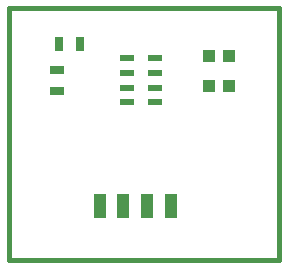
<source format=gtp>
G04 (created by PCBNEW-RS274X (2011-nov-30)-testing) date Fri 06 Jul 2012 03:05:12 PM PDT*
%MOIN*%
G04 Gerber Fmt 3.4, Leading zero omitted, Abs format*
%FSLAX34Y34*%
G01*
G70*
G90*
G04 APERTURE LIST*
%ADD10C,0.006*%
%ADD11C,0.015*%
%ADD12R,0.0472X0.0196*%
%ADD13R,0.0472X0.0314*%
%ADD14R,0.0314X0.0472*%
%ADD15R,0.0433X0.0393*%
%ADD16R,0.0394X0.0787*%
G04 APERTURE END LIST*
G54D10*
G54D11*
X9400Y-400D02*
X9400Y-600D01*
X400Y-400D02*
X9400Y-400D01*
X400Y-8800D02*
X400Y-400D01*
X9400Y-8800D02*
X400Y-8800D01*
X9400Y-600D02*
X9400Y-8800D01*
G54D12*
X4328Y-2062D03*
X4328Y-2554D03*
X4328Y-3046D03*
X4328Y-3538D03*
X5272Y-3538D03*
X5272Y-3046D03*
X5272Y-2554D03*
X5272Y-2062D03*
G54D13*
X2000Y-3154D03*
X2000Y-2446D03*
G54D14*
X2754Y-1600D03*
X2046Y-1600D03*
G54D15*
X7066Y-3000D03*
X7734Y-3000D03*
X7066Y-2000D03*
X7734Y-2000D03*
G54D16*
X4206Y-7000D03*
X4994Y-7000D03*
X5781Y-7000D03*
X3419Y-7000D03*
M02*

</source>
